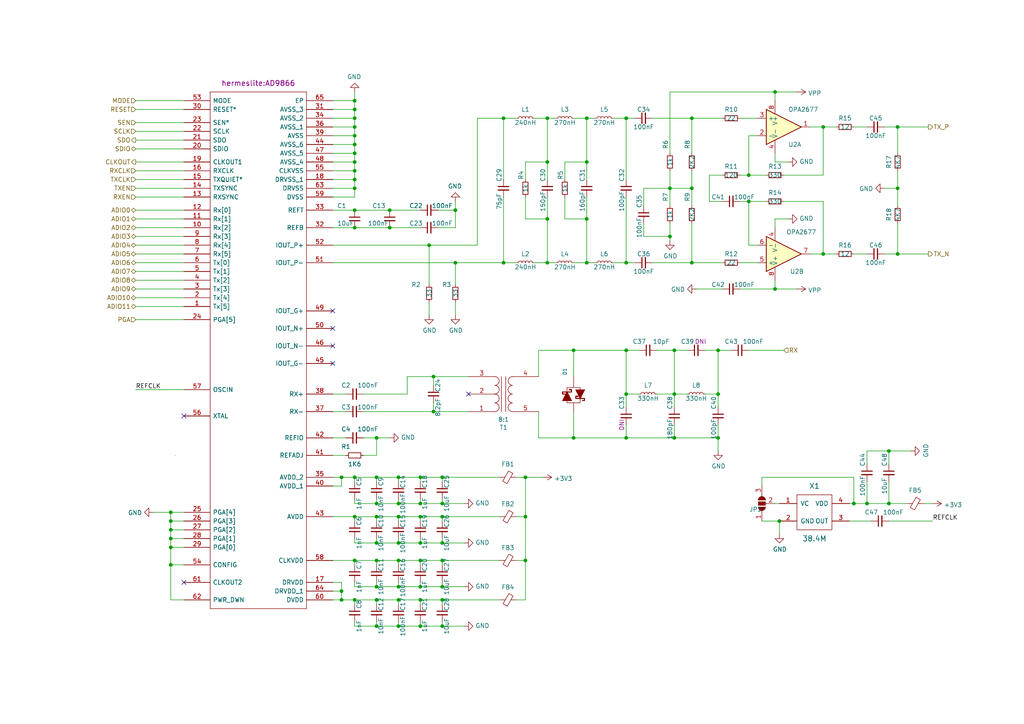
<source format=kicad_sch>
(kicad_sch (version 20210621) (generator eeschema)
  (paper "A4")
  (title_block (title "TRX Brass") (date "2021-09-02") (rev "1.0") (company "R1CBU") (comment 1 "Based on Hermes-Lite"))
  (junction (at 49.53 148.59))
  (junction (at 49.53 151.13))
  (junction (at 49.53 153.67))
  (junction (at 49.53 156.21))
  (junction (at 49.53 158.75))
  (junction (at 49.53 163.83))
  (junction (at 99.06 138.43))
  (junction (at 99.06 171.45))
  (junction (at 99.06 173.99))
  (junction (at 102.87 29.21))
  (junction (at 102.87 31.75))
  (junction (at 102.87 34.29))
  (junction (at 102.87 36.83))
  (junction (at 102.87 39.37))
  (junction (at 102.87 41.91))
  (junction (at 102.87 44.45))
  (junction (at 102.87 46.99))
  (junction (at 102.87 49.53))
  (junction (at 102.87 52.07))
  (junction (at 102.87 54.61))
  (junction (at 102.87 60.96))
  (junction (at 102.87 66.04))
  (junction (at 102.87 138.43))
  (junction (at 102.87 149.86))
  (junction (at 102.87 162.56))
  (junction (at 102.87 173.99))
  (junction (at 109.22 127))
  (junction (at 109.22 138.43))
  (junction (at 109.22 146.05))
  (junction (at 109.22 149.86))
  (junction (at 109.22 157.48))
  (junction (at 109.22 162.56))
  (junction (at 109.22 170.18))
  (junction (at 109.22 173.99))
  (junction (at 109.22 181.61))
  (junction (at 113.03 60.96))
  (junction (at 113.03 66.04))
  (junction (at 115.57 138.43))
  (junction (at 115.57 146.05))
  (junction (at 115.57 149.86))
  (junction (at 115.57 157.48))
  (junction (at 115.57 162.56))
  (junction (at 115.57 170.18))
  (junction (at 115.57 173.99))
  (junction (at 115.57 181.61))
  (junction (at 121.92 138.43))
  (junction (at 121.92 146.05))
  (junction (at 121.92 149.86))
  (junction (at 121.92 157.48))
  (junction (at 121.92 162.56))
  (junction (at 121.92 170.18))
  (junction (at 121.92 173.99))
  (junction (at 121.92 181.61))
  (junction (at 124.46 71.12))
  (junction (at 125.73 109.22))
  (junction (at 125.73 119.38))
  (junction (at 128.27 138.43))
  (junction (at 128.27 146.05))
  (junction (at 128.27 149.86))
  (junction (at 128.27 157.48))
  (junction (at 128.27 162.56))
  (junction (at 128.27 170.18))
  (junction (at 128.27 173.99))
  (junction (at 128.27 181.61))
  (junction (at 132.08 60.96))
  (junction (at 132.08 76.2))
  (junction (at 146.05 34.29))
  (junction (at 146.05 76.2))
  (junction (at 152.4 138.43))
  (junction (at 152.4 149.86))
  (junction (at 152.4 162.56))
  (junction (at 158.75 34.29))
  (junction (at 158.75 46.99))
  (junction (at 158.75 63.5))
  (junction (at 158.75 76.2))
  (junction (at 166.37 101.6))
  (junction (at 166.37 127))
  (junction (at 170.18 34.29))
  (junction (at 170.18 46.99))
  (junction (at 170.18 63.5))
  (junction (at 170.18 76.2))
  (junction (at 181.61 34.29))
  (junction (at 181.61 76.2))
  (junction (at 181.61 101.6))
  (junction (at 181.61 114.3))
  (junction (at 181.61 127))
  (junction (at 194.31 54.61))
  (junction (at 194.31 68.58))
  (junction (at 195.58 101.6))
  (junction (at 195.58 114.3))
  (junction (at 195.58 127))
  (junction (at 200.66 34.29))
  (junction (at 200.66 54.61))
  (junction (at 200.66 76.2))
  (junction (at 208.28 101.6))
  (junction (at 208.28 114.3))
  (junction (at 208.28 127))
  (junction (at 217.17 50.8))
  (junction (at 217.17 58.42))
  (junction (at 224.79 26.67))
  (junction (at 224.79 83.82))
  (junction (at 226.06 151.13))
  (junction (at 238.76 36.83))
  (junction (at 238.76 73.66))
  (junction (at 247.65 146.05))
  (junction (at 251.46 146.05))
  (junction (at 257.81 130.81))
  (junction (at 257.81 146.05))
  (junction (at 260.35 36.83))
  (junction (at 260.35 54.61))
  (junction (at 260.35 73.66))
  (no_connect (at 53.34 120.65))
  (no_connect (at 53.34 168.91))
  (no_connect (at 96.52 90.17))
  (no_connect (at 96.52 95.25))
  (no_connect (at 96.52 100.33))
  (no_connect (at 96.52 105.41))
  (no_connect (at 135.89 114.3))
  (wire (pts (xy 39.37 29.21) (xy 53.34 29.21)))
  (wire (pts (xy 44.45 148.59) (xy 49.53 148.59)))
  (wire (pts (xy 49.53 148.59) (xy 49.53 151.13)))
  (wire (pts (xy 49.53 151.13) (xy 49.53 153.67)))
  (wire (pts (xy 49.53 153.67) (xy 49.53 156.21)))
  (wire (pts (xy 49.53 156.21) (xy 49.53 158.75)))
  (wire (pts (xy 49.53 158.75) (xy 53.34 158.75)))
  (wire (pts (xy 49.53 163.83) (xy 49.53 158.75)))
  (wire (pts (xy 49.53 173.99) (xy 49.53 163.83)))
  (wire (pts (xy 53.34 31.75) (xy 39.37 31.75)))
  (wire (pts (xy 53.34 35.56) (xy 39.37 35.56)))
  (wire (pts (xy 53.34 38.1) (xy 39.37 38.1)))
  (wire (pts (xy 53.34 40.64) (xy 39.37 40.64)))
  (wire (pts (xy 53.34 43.18) (xy 39.37 43.18)))
  (wire (pts (xy 53.34 46.99) (xy 39.37 46.99)))
  (wire (pts (xy 53.34 49.53) (xy 39.37 49.53)))
  (wire (pts (xy 53.34 52.07) (xy 39.37 52.07)))
  (wire (pts (xy 53.34 54.61) (xy 39.37 54.61)))
  (wire (pts (xy 53.34 57.15) (xy 39.37 57.15)))
  (wire (pts (xy 53.34 60.96) (xy 39.37 60.96)))
  (wire (pts (xy 53.34 63.5) (xy 39.37 63.5)))
  (wire (pts (xy 53.34 66.04) (xy 39.37 66.04)))
  (wire (pts (xy 53.34 68.58) (xy 39.37 68.58)))
  (wire (pts (xy 53.34 71.12) (xy 39.37 71.12)))
  (wire (pts (xy 53.34 73.66) (xy 39.37 73.66)))
  (wire (pts (xy 53.34 76.2) (xy 39.37 76.2)))
  (wire (pts (xy 53.34 78.74) (xy 39.37 78.74)))
  (wire (pts (xy 53.34 81.28) (xy 39.37 81.28)))
  (wire (pts (xy 53.34 83.82) (xy 39.37 83.82)))
  (wire (pts (xy 53.34 86.36) (xy 39.37 86.36)))
  (wire (pts (xy 53.34 88.9) (xy 39.37 88.9)))
  (wire (pts (xy 53.34 92.71) (xy 39.37 92.71)))
  (wire (pts (xy 53.34 113.03) (xy 39.37 113.03)))
  (wire (pts (xy 53.34 148.59) (xy 49.53 148.59)))
  (wire (pts (xy 53.34 151.13) (xy 49.53 151.13)))
  (wire (pts (xy 53.34 153.67) (xy 49.53 153.67)))
  (wire (pts (xy 53.34 156.21) (xy 49.53 156.21)))
  (wire (pts (xy 53.34 163.83) (xy 49.53 163.83)))
  (wire (pts (xy 53.34 173.99) (xy 49.53 173.99)))
  (wire (pts (xy 96.52 29.21) (xy 102.87 29.21)))
  (wire (pts (xy 96.52 31.75) (xy 102.87 31.75)))
  (wire (pts (xy 96.52 34.29) (xy 102.87 34.29)))
  (wire (pts (xy 96.52 36.83) (xy 102.87 36.83)))
  (wire (pts (xy 96.52 39.37) (xy 102.87 39.37)))
  (wire (pts (xy 96.52 41.91) (xy 102.87 41.91)))
  (wire (pts (xy 96.52 44.45) (xy 102.87 44.45)))
  (wire (pts (xy 96.52 46.99) (xy 102.87 46.99)))
  (wire (pts (xy 96.52 49.53) (xy 102.87 49.53)))
  (wire (pts (xy 96.52 52.07) (xy 102.87 52.07)))
  (wire (pts (xy 96.52 54.61) (xy 102.87 54.61)))
  (wire (pts (xy 96.52 60.96) (xy 102.87 60.96)))
  (wire (pts (xy 96.52 66.04) (xy 102.87 66.04)))
  (wire (pts (xy 96.52 71.12) (xy 124.46 71.12)))
  (wire (pts (xy 96.52 76.2) (xy 132.08 76.2)))
  (wire (pts (xy 96.52 114.3) (xy 100.33 114.3)))
  (wire (pts (xy 96.52 119.38) (xy 100.33 119.38)))
  (wire (pts (xy 96.52 127) (xy 100.33 127)))
  (wire (pts (xy 96.52 132.08) (xy 100.33 132.08)))
  (wire (pts (xy 96.52 138.43) (xy 99.06 138.43)))
  (wire (pts (xy 96.52 140.97) (xy 99.06 140.97)))
  (wire (pts (xy 96.52 149.86) (xy 102.87 149.86)))
  (wire (pts (xy 96.52 162.56) (xy 102.87 162.56)))
  (wire (pts (xy 96.52 168.91) (xy 99.06 168.91)))
  (wire (pts (xy 96.52 171.45) (xy 99.06 171.45)))
  (wire (pts (xy 99.06 138.43) (xy 102.87 138.43)))
  (wire (pts (xy 99.06 140.97) (xy 99.06 138.43)))
  (wire (pts (xy 99.06 168.91) (xy 99.06 171.45)))
  (wire (pts (xy 99.06 171.45) (xy 99.06 173.99)))
  (wire (pts (xy 99.06 173.99) (xy 96.52 173.99)))
  (wire (pts (xy 99.06 173.99) (xy 102.87 173.99)))
  (wire (pts (xy 102.87 29.21) (xy 102.87 26.67)))
  (wire (pts (xy 102.87 29.21) (xy 102.87 31.75)))
  (wire (pts (xy 102.87 31.75) (xy 102.87 34.29)))
  (wire (pts (xy 102.87 34.29) (xy 102.87 36.83)))
  (wire (pts (xy 102.87 36.83) (xy 102.87 39.37)))
  (wire (pts (xy 102.87 39.37) (xy 102.87 41.91)))
  (wire (pts (xy 102.87 41.91) (xy 102.87 44.45)))
  (wire (pts (xy 102.87 44.45) (xy 102.87 46.99)))
  (wire (pts (xy 102.87 46.99) (xy 102.87 49.53)))
  (wire (pts (xy 102.87 49.53) (xy 102.87 52.07)))
  (wire (pts (xy 102.87 52.07) (xy 102.87 54.61)))
  (wire (pts (xy 102.87 54.61) (xy 102.87 57.15)))
  (wire (pts (xy 102.87 57.15) (xy 96.52 57.15)))
  (wire (pts (xy 102.87 60.96) (xy 113.03 60.96)))
  (wire (pts (xy 102.87 66.04) (xy 113.03 66.04)))
  (wire (pts (xy 102.87 138.43) (xy 109.22 138.43)))
  (wire (pts (xy 102.87 139.7) (xy 102.87 138.43)))
  (wire (pts (xy 102.87 144.78) (xy 102.87 146.05)))
  (wire (pts (xy 102.87 146.05) (xy 109.22 146.05)))
  (wire (pts (xy 102.87 149.86) (xy 102.87 151.13)))
  (wire (pts (xy 102.87 149.86) (xy 109.22 149.86)))
  (wire (pts (xy 102.87 156.21) (xy 102.87 157.48)))
  (wire (pts (xy 102.87 157.48) (xy 109.22 157.48)))
  (wire (pts (xy 102.87 162.56) (xy 109.22 162.56)))
  (wire (pts (xy 102.87 163.83) (xy 102.87 162.56)))
  (wire (pts (xy 102.87 168.91) (xy 102.87 170.18)))
  (wire (pts (xy 102.87 170.18) (xy 109.22 170.18)))
  (wire (pts (xy 102.87 173.99) (xy 109.22 173.99)))
  (wire (pts (xy 102.87 175.26) (xy 102.87 173.99)))
  (wire (pts (xy 102.87 180.34) (xy 102.87 181.61)))
  (wire (pts (xy 102.87 181.61) (xy 109.22 181.61)))
  (wire (pts (xy 105.41 114.3) (xy 118.11 114.3)))
  (wire (pts (xy 105.41 119.38) (xy 125.73 119.38)))
  (wire (pts (xy 105.41 127) (xy 109.22 127)))
  (wire (pts (xy 109.22 127) (xy 109.22 132.08)))
  (wire (pts (xy 109.22 132.08) (xy 105.41 132.08)))
  (wire (pts (xy 109.22 138.43) (xy 115.57 138.43)))
  (wire (pts (xy 109.22 139.7) (xy 109.22 138.43)))
  (wire (pts (xy 109.22 144.78) (xy 109.22 146.05)))
  (wire (pts (xy 109.22 146.05) (xy 115.57 146.05)))
  (wire (pts (xy 109.22 149.86) (xy 109.22 151.13)))
  (wire (pts (xy 109.22 149.86) (xy 115.57 149.86)))
  (wire (pts (xy 109.22 156.21) (xy 109.22 157.48)))
  (wire (pts (xy 109.22 157.48) (xy 115.57 157.48)))
  (wire (pts (xy 109.22 162.56) (xy 115.57 162.56)))
  (wire (pts (xy 109.22 163.83) (xy 109.22 162.56)))
  (wire (pts (xy 109.22 170.18) (xy 109.22 168.91)))
  (wire (pts (xy 109.22 170.18) (xy 115.57 170.18)))
  (wire (pts (xy 109.22 173.99) (xy 115.57 173.99)))
  (wire (pts (xy 109.22 175.26) (xy 109.22 173.99)))
  (wire (pts (xy 109.22 180.34) (xy 109.22 181.61)))
  (wire (pts (xy 109.22 181.61) (xy 115.57 181.61)))
  (wire (pts (xy 113.03 60.96) (xy 121.92 60.96)))
  (wire (pts (xy 113.03 66.04) (xy 121.92 66.04)))
  (wire (pts (xy 113.03 127) (xy 109.22 127)))
  (wire (pts (xy 115.57 138.43) (xy 121.92 138.43)))
  (wire (pts (xy 115.57 139.7) (xy 115.57 138.43)))
  (wire (pts (xy 115.57 144.78) (xy 115.57 146.05)))
  (wire (pts (xy 115.57 146.05) (xy 121.92 146.05)))
  (wire (pts (xy 115.57 149.86) (xy 115.57 151.13)))
  (wire (pts (xy 115.57 149.86) (xy 121.92 149.86)))
  (wire (pts (xy 115.57 157.48) (xy 115.57 156.21)))
  (wire (pts (xy 115.57 162.56) (xy 121.92 162.56)))
  (wire (pts (xy 115.57 163.83) (xy 115.57 162.56)))
  (wire (pts (xy 115.57 170.18) (xy 115.57 168.91)))
  (wire (pts (xy 115.57 173.99) (xy 121.92 173.99)))
  (wire (pts (xy 115.57 175.26) (xy 115.57 173.99)))
  (wire (pts (xy 115.57 180.34) (xy 115.57 181.61)))
  (wire (pts (xy 115.57 181.61) (xy 121.92 181.61)))
  (wire (pts (xy 118.11 109.22) (xy 125.73 109.22)))
  (wire (pts (xy 118.11 114.3) (xy 118.11 109.22)))
  (wire (pts (xy 121.92 138.43) (xy 128.27 138.43)))
  (wire (pts (xy 121.92 139.7) (xy 121.92 138.43)))
  (wire (pts (xy 121.92 144.78) (xy 121.92 146.05)))
  (wire (pts (xy 121.92 146.05) (xy 128.27 146.05)))
  (wire (pts (xy 121.92 149.86) (xy 128.27 149.86)))
  (wire (pts (xy 121.92 151.13) (xy 121.92 149.86)))
  (wire (pts (xy 121.92 156.21) (xy 121.92 157.48)))
  (wire (pts (xy 121.92 157.48) (xy 115.57 157.48)))
  (wire (pts (xy 121.92 162.56) (xy 128.27 162.56)))
  (wire (pts (xy 121.92 163.83) (xy 121.92 162.56)))
  (wire (pts (xy 121.92 168.91) (xy 121.92 170.18)))
  (wire (pts (xy 121.92 170.18) (xy 115.57 170.18)))
  (wire (pts (xy 121.92 173.99) (xy 128.27 173.99)))
  (wire (pts (xy 121.92 175.26) (xy 121.92 173.99)))
  (wire (pts (xy 121.92 180.34) (xy 121.92 181.61)))
  (wire (pts (xy 121.92 181.61) (xy 128.27 181.61)))
  (wire (pts (xy 124.46 71.12) (xy 124.46 82.55)))
  (wire (pts (xy 124.46 71.12) (xy 138.43 71.12)))
  (wire (pts (xy 124.46 87.63) (xy 124.46 91.44)))
  (wire (pts (xy 125.73 109.22) (xy 125.73 111.76)))
  (wire (pts (xy 125.73 109.22) (xy 135.89 109.22)))
  (wire (pts (xy 125.73 116.84) (xy 125.73 119.38)))
  (wire (pts (xy 125.73 119.38) (xy 135.89 119.38)))
  (wire (pts (xy 127 60.96) (xy 132.08 60.96)))
  (wire (pts (xy 128.27 138.43) (xy 144.78 138.43)))
  (wire (pts (xy 128.27 139.7) (xy 128.27 138.43)))
  (wire (pts (xy 128.27 146.05) (xy 128.27 144.78)))
  (wire (pts (xy 128.27 149.86) (xy 144.78 149.86)))
  (wire (pts (xy 128.27 151.13) (xy 128.27 149.86)))
  (wire (pts (xy 128.27 156.21) (xy 128.27 157.48)))
  (wire (pts (xy 128.27 157.48) (xy 121.92 157.48)))
  (wire (pts (xy 128.27 162.56) (xy 144.78 162.56)))
  (wire (pts (xy 128.27 163.83) (xy 128.27 162.56)))
  (wire (pts (xy 128.27 168.91) (xy 128.27 170.18)))
  (wire (pts (xy 128.27 170.18) (xy 121.92 170.18)))
  (wire (pts (xy 128.27 173.99) (xy 144.78 173.99)))
  (wire (pts (xy 128.27 175.26) (xy 128.27 173.99)))
  (wire (pts (xy 128.27 180.34) (xy 128.27 181.61)))
  (wire (pts (xy 128.27 181.61) (xy 134.62 181.61)))
  (wire (pts (xy 132.08 58.42) (xy 132.08 60.96)))
  (wire (pts (xy 132.08 60.96) (xy 132.08 66.04)))
  (wire (pts (xy 132.08 66.04) (xy 127 66.04)))
  (wire (pts (xy 132.08 76.2) (xy 146.05 76.2)))
  (wire (pts (xy 132.08 82.55) (xy 132.08 76.2)))
  (wire (pts (xy 132.08 91.44) (xy 132.08 87.63)))
  (wire (pts (xy 134.62 146.05) (xy 128.27 146.05)))
  (wire (pts (xy 134.62 157.48) (xy 128.27 157.48)))
  (wire (pts (xy 134.62 170.18) (xy 128.27 170.18)))
  (wire (pts (xy 138.43 34.29) (xy 146.05 34.29)))
  (wire (pts (xy 138.43 71.12) (xy 138.43 34.29)))
  (wire (pts (xy 146.05 34.29) (xy 149.86 34.29)))
  (wire (pts (xy 146.05 52.07) (xy 146.05 34.29)))
  (wire (pts (xy 146.05 57.15) (xy 146.05 76.2)))
  (wire (pts (xy 146.05 76.2) (xy 149.86 76.2)))
  (wire (pts (xy 149.86 138.43) (xy 152.4 138.43)))
  (wire (pts (xy 149.86 162.56) (xy 152.4 162.56)))
  (wire (pts (xy 152.4 46.99) (xy 158.75 46.99)))
  (wire (pts (xy 152.4 52.07) (xy 152.4 46.99)))
  (wire (pts (xy 152.4 57.15) (xy 152.4 63.5)))
  (wire (pts (xy 152.4 63.5) (xy 158.75 63.5)))
  (wire (pts (xy 152.4 138.43) (xy 152.4 149.86)))
  (wire (pts (xy 152.4 149.86) (xy 149.86 149.86)))
  (wire (pts (xy 152.4 162.56) (xy 152.4 149.86)))
  (wire (pts (xy 152.4 173.99) (xy 149.86 173.99)))
  (wire (pts (xy 152.4 173.99) (xy 152.4 162.56)))
  (wire (pts (xy 156.21 101.6) (xy 166.37 101.6)))
  (wire (pts (xy 156.21 109.22) (xy 156.21 101.6)))
  (wire (pts (xy 156.21 119.38) (xy 156.21 127)))
  (wire (pts (xy 156.21 127) (xy 166.37 127)))
  (wire (pts (xy 157.48 138.43) (xy 152.4 138.43)))
  (wire (pts (xy 158.75 34.29) (xy 154.94 34.29)))
  (wire (pts (xy 158.75 46.99) (xy 158.75 34.29)))
  (wire (pts (xy 158.75 52.07) (xy 158.75 46.99)))
  (wire (pts (xy 158.75 57.15) (xy 158.75 63.5)))
  (wire (pts (xy 158.75 63.5) (xy 158.75 76.2)))
  (wire (pts (xy 158.75 76.2) (xy 154.94 76.2)))
  (wire (pts (xy 161.29 34.29) (xy 158.75 34.29)))
  (wire (pts (xy 161.29 76.2) (xy 158.75 76.2)))
  (wire (pts (xy 163.83 46.99) (xy 170.18 46.99)))
  (wire (pts (xy 163.83 52.07) (xy 163.83 46.99)))
  (wire (pts (xy 163.83 57.15) (xy 163.83 63.5)))
  (wire (pts (xy 163.83 63.5) (xy 170.18 63.5)))
  (wire (pts (xy 166.37 101.6) (xy 166.37 109.22)))
  (wire (pts (xy 166.37 119.38) (xy 166.37 127)))
  (wire (pts (xy 166.37 127) (xy 181.61 127)))
  (wire (pts (xy 170.18 34.29) (xy 166.37 34.29)))
  (wire (pts (xy 170.18 46.99) (xy 170.18 34.29)))
  (wire (pts (xy 170.18 52.07) (xy 170.18 46.99)))
  (wire (pts (xy 170.18 57.15) (xy 170.18 63.5)))
  (wire (pts (xy 170.18 63.5) (xy 170.18 76.2)))
  (wire (pts (xy 170.18 76.2) (xy 166.37 76.2)))
  (wire (pts (xy 172.72 34.29) (xy 170.18 34.29)))
  (wire (pts (xy 172.72 76.2) (xy 170.18 76.2)))
  (wire (pts (xy 181.61 34.29) (xy 177.8 34.29)))
  (wire (pts (xy 181.61 52.07) (xy 181.61 34.29)))
  (wire (pts (xy 181.61 57.15) (xy 181.61 76.2)))
  (wire (pts (xy 181.61 76.2) (xy 177.8 76.2)))
  (wire (pts (xy 181.61 101.6) (xy 166.37 101.6)))
  (wire (pts (xy 181.61 101.6) (xy 185.42 101.6)))
  (wire (pts (xy 181.61 114.3) (xy 181.61 101.6)))
  (wire (pts (xy 181.61 114.3) (xy 181.61 118.11)))
  (wire (pts (xy 181.61 123.19) (xy 181.61 127)))
  (wire (pts (xy 181.61 127) (xy 195.58 127)))
  (wire (pts (xy 184.15 34.29) (xy 181.61 34.29)))
  (wire (pts (xy 184.15 76.2) (xy 181.61 76.2)))
  (wire (pts (xy 185.42 114.3) (xy 181.61 114.3)))
  (wire (pts (xy 186.69 54.61) (xy 194.31 54.61)))
  (wire (pts (xy 186.69 59.69) (xy 186.69 54.61)))
  (wire (pts (xy 186.69 68.58) (xy 186.69 64.77)))
  (wire (pts (xy 186.69 68.58) (xy 194.31 68.58)))
  (wire (pts (xy 189.23 34.29) (xy 200.66 34.29)))
  (wire (pts (xy 189.23 76.2) (xy 200.66 76.2)))
  (wire (pts (xy 190.5 101.6) (xy 195.58 101.6)))
  (wire (pts (xy 194.31 26.67) (xy 194.31 44.45)))
  (wire (pts (xy 194.31 26.67) (xy 224.79 26.67)))
  (wire (pts (xy 194.31 49.53) (xy 194.31 54.61)))
  (wire (pts (xy 194.31 54.61) (xy 194.31 59.69)))
  (wire (pts (xy 194.31 54.61) (xy 200.66 54.61)))
  (wire (pts (xy 194.31 64.77) (xy 194.31 68.58)))
  (wire (pts (xy 194.31 68.58) (xy 194.31 69.85)))
  (wire (pts (xy 195.58 101.6) (xy 199.39 101.6)))
  (wire (pts (xy 195.58 114.3) (xy 190.5 114.3)))
  (wire (pts (xy 195.58 114.3) (xy 195.58 101.6)))
  (wire (pts (xy 195.58 114.3) (xy 195.58 118.11)))
  (wire (pts (xy 195.58 123.19) (xy 195.58 127)))
  (wire (pts (xy 195.58 127) (xy 208.28 127)))
  (wire (pts (xy 199.39 114.3) (xy 195.58 114.3)))
  (wire (pts (xy 200.66 34.29) (xy 200.66 44.45)))
  (wire (pts (xy 200.66 49.53) (xy 200.66 54.61)))
  (wire (pts (xy 200.66 54.61) (xy 200.66 59.69)))
  (wire (pts (xy 200.66 64.77) (xy 200.66 76.2)))
  (wire (pts (xy 200.66 76.2) (xy 209.55 76.2)))
  (wire (pts (xy 201.93 83.82) (xy 209.55 83.82)))
  (wire (pts (xy 204.47 101.6) (xy 208.28 101.6)))
  (wire (pts (xy 204.47 114.3) (xy 208.28 114.3)))
  (wire (pts (xy 205.74 50.8) (xy 205.74 58.42)))
  (wire (pts (xy 205.74 58.42) (xy 209.55 58.42)))
  (wire (pts (xy 208.28 101.6) (xy 212.09 101.6)))
  (wire (pts (xy 208.28 114.3) (xy 208.28 101.6)))
  (wire (pts (xy 208.28 114.3) (xy 208.28 118.11)))
  (wire (pts (xy 208.28 127) (xy 208.28 123.19)))
  (wire (pts (xy 208.28 130.81) (xy 208.28 127)))
  (wire (pts (xy 209.55 34.29) (xy 200.66 34.29)))
  (wire (pts (xy 209.55 50.8) (xy 205.74 50.8)))
  (wire (pts (xy 214.63 34.29) (xy 219.71 34.29)))
  (wire (pts (xy 214.63 58.42) (xy 217.17 58.42)))
  (wire (pts (xy 214.63 76.2) (xy 219.71 76.2)))
  (wire (pts (xy 217.17 39.37) (xy 219.71 39.37)))
  (wire (pts (xy 217.17 50.8) (xy 214.63 50.8)))
  (wire (pts (xy 217.17 50.8) (xy 217.17 39.37)))
  (wire (pts (xy 217.17 58.42) (xy 217.17 71.12)))
  (wire (pts (xy 217.17 58.42) (xy 222.25 58.42)))
  (wire (pts (xy 217.17 71.12) (xy 219.71 71.12)))
  (wire (pts (xy 217.17 101.6) (xy 227.33 101.6)))
  (wire (pts (xy 220.98 138.43) (xy 247.65 138.43)))
  (wire (pts (xy 220.98 140.97) (xy 220.98 138.43)))
  (wire (pts (xy 220.98 151.13) (xy 226.06 151.13)))
  (wire (pts (xy 222.25 50.8) (xy 217.17 50.8)))
  (wire (pts (xy 224.79 26.67) (xy 224.79 29.21)))
  (wire (pts (xy 224.79 46.99) (xy 224.79 44.45)))
  (wire (pts (xy 224.79 63.5) (xy 224.79 66.04)))
  (wire (pts (xy 224.79 83.82) (xy 214.63 83.82)))
  (wire (pts (xy 224.79 83.82) (xy 224.79 81.28)))
  (wire (pts (xy 224.79 146.05) (xy 226.06 146.05)))
  (wire (pts (xy 226.06 151.13) (xy 226.06 154.94)))
  (wire (pts (xy 227.33 50.8) (xy 238.76 50.8)))
  (wire (pts (xy 227.33 58.42) (xy 238.76 58.42)))
  (wire (pts (xy 228.6 46.99) (xy 224.79 46.99)))
  (wire (pts (xy 228.6 63.5) (xy 224.79 63.5)))
  (wire (pts (xy 231.14 26.67) (xy 224.79 26.67)))
  (wire (pts (xy 231.14 83.82) (xy 224.79 83.82)))
  (wire (pts (xy 238.76 36.83) (xy 234.95 36.83)))
  (wire (pts (xy 238.76 36.83) (xy 242.57 36.83)))
  (wire (pts (xy 238.76 50.8) (xy 238.76 36.83)))
  (wire (pts (xy 238.76 58.42) (xy 238.76 73.66)))
  (wire (pts (xy 238.76 73.66) (xy 234.95 73.66)))
  (wire (pts (xy 238.76 73.66) (xy 242.57 73.66)))
  (wire (pts (xy 246.38 146.05) (xy 247.65 146.05)))
  (wire (pts (xy 246.38 151.13) (xy 252.73 151.13)))
  (wire (pts (xy 247.65 36.83) (xy 251.46 36.83)))
  (wire (pts (xy 247.65 73.66) (xy 251.46 73.66)))
  (wire (pts (xy 247.65 138.43) (xy 247.65 146.05)))
  (wire (pts (xy 247.65 146.05) (xy 251.46 146.05)))
  (wire (pts (xy 251.46 130.81) (xy 257.81 130.81)))
  (wire (pts (xy 251.46 134.62) (xy 251.46 130.81)))
  (wire (pts (xy 251.46 139.7) (xy 251.46 146.05)))
  (wire (pts (xy 251.46 146.05) (xy 257.81 146.05)))
  (wire (pts (xy 256.54 36.83) (xy 260.35 36.83)))
  (wire (pts (xy 257.81 130.81) (xy 257.81 134.62)))
  (wire (pts (xy 257.81 130.81) (xy 264.16 130.81)))
  (wire (pts (xy 257.81 139.7) (xy 257.81 146.05)))
  (wire (pts (xy 257.81 146.05) (xy 262.89 146.05)))
  (wire (pts (xy 257.81 151.13) (xy 270.51 151.13)))
  (wire (pts (xy 260.35 36.83) (xy 260.35 44.45)))
  (wire (pts (xy 260.35 36.83) (xy 269.24 36.83)))
  (wire (pts (xy 260.35 49.53) (xy 260.35 54.61)))
  (wire (pts (xy 260.35 54.61) (xy 256.54 54.61)))
  (wire (pts (xy 260.35 54.61) (xy 260.35 59.69)))
  (wire (pts (xy 260.35 64.77) (xy 260.35 73.66)))
  (wire (pts (xy 260.35 73.66) (xy 256.54 73.66)))
  (wire (pts (xy 260.35 73.66) (xy 269.24 73.66)))
  (wire (pts (xy 267.97 146.05) (xy 270.51 146.05)))
  (label "REFCLK" (at 39.37 113.03 0))
  (label "REFCLK" (at 270.51 151.13 0))
  (hierarchical_label "MODE" (shape input) (at 39.37 29.21 180))
  (hierarchical_label "RESET" (shape input) (at 39.37 31.75 180))
  (hierarchical_label "SEN" (shape input) (at 39.37 35.56 180))
  (hierarchical_label "SCLK" (shape input) (at 39.37 38.1 180))
  (hierarchical_label "SDO" (shape output) (at 39.37 40.64 180))
  (hierarchical_label "SDIO" (shape bidirectional) (at 39.37 43.18 180))
  (hierarchical_label "CLKOUT" (shape output) (at 39.37 46.99 180))
  (hierarchical_label "RXCLK" (shape input) (at 39.37 49.53 180))
  (hierarchical_label "TXCLK" (shape input) (at 39.37 52.07 180))
  (hierarchical_label "TXEN" (shape input) (at 39.37 54.61 180))
  (hierarchical_label "RXEN" (shape input) (at 39.37 57.15 180))
  (hierarchical_label "ADIO0" (shape bidirectional) (at 39.37 60.96 180))
  (hierarchical_label "ADIO1" (shape bidirectional) (at 39.37 63.5 180))
  (hierarchical_label "ADIO2" (shape bidirectional) (at 39.37 66.04 180))
  (hierarchical_label "ADIO3" (shape bidirectional) (at 39.37 68.58 180))
  (hierarchical_label "ADIO4" (shape bidirectional) (at 39.37 71.12 180))
  (hierarchical_label "ADIO5" (shape bidirectional) (at 39.37 73.66 180))
  (hierarchical_label "ADIO6" (shape bidirectional) (at 39.37 76.2 180))
  (hierarchical_label "ADIO7" (shape bidirectional) (at 39.37 78.74 180))
  (hierarchical_label "ADIO8" (shape bidirectional) (at 39.37 81.28 180))
  (hierarchical_label "ADIO9" (shape bidirectional) (at 39.37 83.82 180))
  (hierarchical_label "ADIO10" (shape bidirectional) (at 39.37 86.36 180))
  (hierarchical_label "ADIO11" (shape bidirectional) (at 39.37 88.9 180))
  (hierarchical_label "PGA" (shape input) (at 39.37 92.71 180))
  (hierarchical_label "RX" (shape input) (at 227.33 101.6 0))
  (hierarchical_label "TX_P" (shape output) (at 269.24 36.83 0))
  (hierarchical_label "TX_N" (shape output) (at 269.24 73.66 0))
  (symbol (lib_id "power:+3V3") (at 157.48 138.43 270) (unit 1)
    (property "Reference" "#PWR020" (effects hide))
    (property "Value" "+3V3" (at 160.7312 138.811 90) (effects (justify left)))
  )
  (symbol (lib_id "power:VPP") (at 231.14 26.67 270) (unit 1)
    (property "Reference" "#PWR027" (effects hide))
    (property "Value" "VPP" (at 234.3912 27.051 90) (effects (justify left)))
  )
  (symbol (lib_id "power:VPP") (at 231.14 83.82 270) (unit 1)
    (property "Reference" "#PWR028" (effects hide))
    (property "Value" "VPP" (at 234.3912 84.201 90) (effects (justify left)))
  )
  (symbol (lib_id "power:+3V3") (at 270.51 146.05 270) (unit 1)
    (property "Reference" "#PWR031" (effects hide))
    (property "Value" "+3V3" (at 273.7612 146.431 90) (effects (justify left)))
  )
  (symbol (lib_id "Device:L_Small") (at 152.4 34.29 90) (unit 1)
    (property "Reference" "L1" (at 152.4 31.75 90))
    (property "Value" "240nH" (at 152.4 35.56 90))
    (property "Footprint" "Inductor_SMD:L_0805_2012Metric_Pad1.05x1.20mm_HandSolder" (effects hide))
  )
  (symbol (lib_id "Device:L_Small") (at 152.4 76.2 90) (unit 1)
    (property "Reference" "L2" (at 152.4 73.66 90))
    (property "Value" "240nH" (at 152.4 77.47 90))
    (property "Footprint" "Inductor_SMD:L_0805_2012Metric_Pad1.05x1.20mm_HandSolder" (effects hide))
  )
  (symbol (lib_id "Device:L_Small") (at 163.83 34.29 90) (unit 1)
    (property "Reference" "L3" (at 163.83 31.75 90))
    (property "Value" "270nH" (at 163.83 35.56 90))
    (property "Footprint" "Inductor_SMD:L_0805_2012Metric_Pad1.05x1.20mm_HandSolder" (effects hide))
  )
  (symbol (lib_id "Device:L_Small") (at 163.83 76.2 90) (unit 1)
    (property "Reference" "L4" (at 163.83 73.66 90))
    (property "Value" "270nH" (at 163.83 77.47 90))
    (property "Footprint" "Inductor_SMD:L_0805_2012Metric_Pad1.05x1.20mm_HandSolder" (effects hide))
  )
  (symbol (lib_id "Device:L_Small") (at 175.26 34.29 90) (unit 1)
    (property "Reference" "L5" (at 175.26 31.75 90))
    (property "Value" "270nH" (at 175.26 35.56 90))
    (property "Footprint" "Inductor_SMD:L_0805_2012Metric_Pad1.05x1.20mm_HandSolder" (effects hide))
  )
  (symbol (lib_id "Device:L_Small") (at 175.26 76.2 90) (unit 1)
    (property "Reference" "L6" (at 175.26 73.66 90))
    (property "Value" "270nH" (at 175.26 77.47 90))
    (property "Footprint" "Inductor_SMD:L_0805_2012Metric_Pad1.05x1.20mm_HandSolder" (effects hide))
  )
  (symbol (lib_id "Device:L_Small") (at 187.96 114.3 90) (unit 1)
    (property "Reference" "L7" (at 187.96 111.76 90))
    (property "Value" "330nH" (at 187.96 115.57 90))
    (property "Footprint" "Inductor_SMD:L_0805_2012Metric_Pad1.05x1.20mm_HandSolder" (effects hide))
  )
  (symbol (lib_id "Device:L_Small") (at 201.93 114.3 90) (unit 1)
    (property "Reference" "L8" (at 201.93 111.76 90))
    (property "Value" "330nH" (at 201.93 115.57 90))
    (property "Footprint" "Inductor_SMD:L_0805_2012Metric_Pad1.05x1.20mm_HandSolder" (effects hide))
  )
  (symbol (lib_id "power:GND") (at 44.45 148.59 270) (unit 1)
    (property "Reference" "#PWR010" (effects hide))
    (property "Value" "GND" (at 41.1988 148.717 90) (effects (justify right)))
  )
  (symbol (lib_id "power:GND") (at 102.87 26.67 180) (unit 1)
    (property "Reference" "#PWR011" (effects hide))
    (property "Value" "GND" (at 102.743 22.2758 0))
  )
  (symbol (lib_id "power:GND") (at 113.03 127 90) (unit 1)
    (property "Reference" "#PWR012" (effects hide))
    (property "Value" "GND" (at 116.2812 126.873 90) (effects (justify right)))
  )
  (symbol (lib_id "power:GND") (at 124.46 91.44 0) (unit 1)
    (property "Reference" "#PWR013" (effects hide))
    (property "Value" "GND" (at 124.587 95.8342 0))
  )
  (symbol (lib_id "power:GND") (at 132.08 58.42 180) (unit 1)
    (property "Reference" "#PWR014" (effects hide))
    (property "Value" "GND" (at 131.953 54.0258 0))
  )
  (symbol (lib_id "power:GND") (at 132.08 91.44 0) (unit 1)
    (property "Reference" "#PWR015" (effects hide))
    (property "Value" "GND" (at 132.207 95.8342 0))
  )
  (symbol (lib_id "power:GND") (at 134.62 146.05 90) (unit 1)
    (property "Reference" "#PWR016" (effects hide))
    (property "Value" "GND" (at 137.8712 145.923 90) (effects (justify right)))
  )
  (symbol (lib_id "power:GND") (at 134.62 157.48 90) (unit 1)
    (property "Reference" "#PWR017" (effects hide))
    (property "Value" "GND" (at 137.8712 157.353 90) (effects (justify right)))
  )
  (symbol (lib_id "power:GND") (at 134.62 170.18 90) (unit 1)
    (property "Reference" "#PWR018" (effects hide))
    (property "Value" "GND" (at 137.8712 170.053 90) (effects (justify right)))
  )
  (symbol (lib_id "power:GND") (at 134.62 181.61 90) (unit 1)
    (property "Reference" "#PWR019" (effects hide))
    (property "Value" "GND" (at 137.8712 181.483 90) (effects (justify right)))
  )
  (symbol (lib_id "power:GND") (at 194.31 69.85 0) (unit 1)
    (property "Reference" "#PWR021" (effects hide))
    (property "Value" "GND" (at 194.437 74.2442 0))
  )
  (symbol (lib_id "power:GND") (at 201.93 83.82 270) (unit 1)
    (property "Reference" "#PWR022" (effects hide))
    (property "Value" "GND" (at 198.6788 83.947 90) (effects (justify right)))
  )
  (symbol (lib_id "power:GND") (at 208.28 130.81 0) (unit 1)
    (property "Reference" "#PWR023" (effects hide))
    (property "Value" "GND" (at 208.407 135.2042 0))
  )
  (symbol (lib_id "power:GND") (at 226.06 154.94 0) (unit 1)
    (property "Reference" "#PWR024" (effects hide))
    (property "Value" "GND" (at 226.187 159.3342 0))
  )
  (symbol (lib_id "power:GND") (at 228.6 46.99 90) (unit 1)
    (property "Reference" "#PWR025" (effects hide))
    (property "Value" "GND" (at 231.8512 46.863 90) (effects (justify right)))
  )
  (symbol (lib_id "power:GND") (at 228.6 63.5 90) (unit 1)
    (property "Reference" "#PWR026" (effects hide))
    (property "Value" "GND" (at 231.8512 63.373 90) (effects (justify right)))
  )
  (symbol (lib_id "power:GND") (at 256.54 54.61 270) (unit 1)
    (property "Reference" "#PWR029" (effects hide))
    (property "Value" "GND" (at 253.2888 54.737 90) (effects (justify right)))
  )
  (symbol (lib_id "power:GND") (at 264.16 130.81 90) (unit 1)
    (property "Reference" "#PWR030" (effects hide))
    (property "Value" "GND" (at 268.5542 130.683 0))
  )
  (symbol (lib_id "Device:R_Small") (at 102.87 132.08 270) (unit 1)
    (property "Reference" "R1" (at 100.33 129.54 90))
    (property "Value" "1K6" (at 102.87 134.62 90))
    (property "Footprint" "Resistor_SMD:R_0603_1608Metric_Pad0.98x0.95mm_HandSolder" (effects hide))
  )
  (symbol (lib_id "Device:R_Small") (at 124.46 85.09 180) (unit 1)
    (property "Reference" "R2" (at 120.65 82.55 0))
    (property "Value" "33" (at 124.46 85.09 90))
    (property "Footprint" "Resistor_SMD:R_0603_1608Metric_Pad0.98x0.95mm_HandSolder" (effects hide))
  )
  (symbol (lib_id "Device:R_Small") (at 132.08 85.09 180) (unit 1)
    (property "Reference" "R3" (at 129.54 82.55 0))
    (property "Value" "33" (at 132.08 85.09 90))
    (property "Footprint" "Resistor_SMD:R_0603_1608Metric_Pad0.98x0.95mm_HandSolder" (effects hide))
  )
  (symbol (lib_id "Device:R_Small") (at 152.4 54.61 180) (unit 1)
    (property "Reference" "R4" (at 151.13 50.8 90))
    (property "Value" "1k" (at 152.4 54.61 90))
    (property "Footprint" "Resistor_SMD:R_0603_1608Metric_Pad0.98x0.95mm_HandSolder" (effects hide))
  )
  (symbol (lib_id "Device:R_Small") (at 163.83 54.61 180) (unit 1)
    (property "Reference" "R5" (at 162.56 50.8 90))
    (property "Value" "1k" (at 163.83 54.61 90))
    (property "Footprint" "Resistor_SMD:R_0603_1608Metric_Pad0.98x0.95mm_HandSolder" (effects hide))
  )
  (symbol (lib_id "Device:R_Small") (at 194.31 46.99 180) (unit 1)
    (property "Reference" "R6" (at 193.04 41.91 90))
    (property "Value" "1k" (at 194.31 46.99 90))
    (property "Footprint" "Resistor_SMD:R_0603_1608Metric_Pad0.98x0.95mm_HandSolder" (effects hide))
  )
  (symbol (lib_id "Device:R_Small") (at 194.31 62.23 180) (unit 1)
    (property "Reference" "R7" (at 193.04 57.15 90))
    (property "Value" "1k" (at 194.31 62.23 90))
    (property "Footprint" "Resistor_SMD:R_0603_1608Metric_Pad0.98x0.95mm_HandSolder" (effects hide))
  )
  (symbol (lib_id "Device:R_Small") (at 200.66 46.99 180) (unit 1)
    (property "Reference" "R8" (at 199.39 41.91 90))
    (property "Value" "2K2" (at 200.66 46.99 90))
    (property "Footprint" "Resistor_SMD:R_0603_1608Metric_Pad0.98x0.95mm_HandSolder" (effects hide))
  )
  (symbol (lib_id "Device:R_Small") (at 200.66 62.23 180) (unit 1)
    (property "Reference" "R9" (at 199.39 57.15 90))
    (property "Value" "2K2" (at 200.66 62.23 90))
    (property "Footprint" "Resistor_SMD:R_0603_1608Metric_Pad0.98x0.95mm_HandSolder" (effects hide))
  )
  (symbol (lib_id "Device:R_Small") (at 212.09 34.29 270) (unit 1)
    (property "Reference" "R10" (at 212.09 31.75 90))
    (property "Value" "22" (at 212.09 34.29 90))
    (property "Footprint" "Resistor_SMD:R_0603_1608Metric_Pad0.98x0.95mm_HandSolder" (effects hide))
  )
  (symbol (lib_id "Device:R_Small") (at 212.09 50.8 270) (unit 1)
    (property "Reference" "R11" (at 212.09 48.26 90))
    (property "Value" "120" (at 212.09 50.8 90))
    (property "Footprint" "Resistor_SMD:R_0603_1608Metric_Pad0.98x0.95mm_HandSolder" (effects hide))
  )
  (symbol (lib_id "Device:R_Small") (at 212.09 76.2 270) (unit 1)
    (property "Reference" "R12" (at 212.09 73.66 90))
    (property "Value" "22" (at 212.09 76.2 90))
    (property "Footprint" "Resistor_SMD:R_0603_1608Metric_Pad0.98x0.95mm_HandSolder" (effects hide))
  )
  (symbol (lib_id "Device:R_Small") (at 224.79 50.8 270) (unit 1)
    (property "Reference" "R13" (at 224.79 48.26 90))
    (property "Value" "330" (at 224.79 50.8 90))
    (property "Footprint" "Resistor_SMD:R_0603_1608Metric_Pad0.98x0.95mm_HandSolder" (effects hide))
  )
  (symbol (lib_id "Device:R_Small") (at 224.79 58.42 270) (unit 1)
    (property "Reference" "R14" (at 224.79 55.88 90))
    (property "Value" "330" (at 224.79 58.42 90))
    (property "Footprint" "Resistor_SMD:R_0603_1608Metric_Pad0.98x0.95mm_HandSolder" (effects hide))
  )
  (symbol (lib_id "Device:R_Small") (at 245.11 36.83 270) (unit 1)
    (property "Reference" "R15" (at 245.11 34.29 90))
    (property "Value" "12" (at 245.11 36.83 90))
    (property "Footprint" "Resistor_SMD:R_0603_1608Metric_Pad0.98x0.95mm_HandSolder" (effects hide))
  )
  (symbol (lib_id "Device:R_Small") (at 245.11 73.66 270) (unit 1)
    (property "Reference" "R16" (at 245.11 71.12 90))
    (property "Value" "12" (at 245.11 73.66 90))
    (property "Footprint" "Resistor_SMD:R_0603_1608Metric_Pad0.98x0.95mm_HandSolder" (effects hide))
  )
  (symbol (lib_id "Device:R_Small") (at 260.35 46.99 180) (unit 1)
    (property "Reference" "R17" (at 257.81 46.99 90))
    (property "Value" "4K7" (at 260.35 46.99 90))
    (property "Footprint" "Resistor_SMD:R_0603_1608Metric_Pad0.98x0.95mm_HandSolder" (effects hide))
  )
  (symbol (lib_id "Device:R_Small") (at 260.35 62.23 180) (unit 1)
    (property "Reference" "R18" (at 257.81 62.23 90))
    (property "Value" "4K7" (at 260.35 62.23 90))
    (property "Footprint" "Resistor_SMD:R_0603_1608Metric_Pad0.98x0.95mm_HandSolder" (effects hide))
  )
  (symbol (lib_id "Device:C_Small") (at 102.87 63.5 0) (unit 1)
    (property "Reference" "C1" (at 97.79 59.69 0) (effects (justify left)))
    (property "Value" "10uF" (at 97.79 64.77 0) (effects (justify left)))
    (property "Footprint" "Capacitor_SMD:C_1206_3216Metric_Pad1.33x1.80mm_HandSolder" (effects hide))
  )
  (symbol (lib_id "Device:C_Small") (at 102.87 114.3 90) (unit 1)
    (property "Reference" "C2" (at 100.33 111.76 90))
    (property "Value" "100nF" (at 106.68 111.76 90))
    (property "Footprint" "Capacitor_SMD:C_0603_1608Metric_Pad1.08x0.95mm_HandSolder" (effects hide))
  )
  (symbol (lib_id "Device:C_Small") (at 102.87 119.38 90) (unit 1)
    (property "Reference" "C3" (at 100.33 118.11 90))
    (property "Value" "100nF" (at 106.68 118.11 90))
    (property "Footprint" "Capacitor_SMD:C_0603_1608Metric_Pad1.08x0.95mm_HandSolder" (effects hide))
  )
  (symbol (lib_id "Device:C_Small") (at 102.87 127 90) (unit 1)
    (property "Reference" "C4" (at 100.33 124.46 90))
    (property "Value" "100nF" (at 106.68 124.46 90))
    (property "Footprint" "Capacitor_SMD:C_0603_1608Metric_Pad1.08x0.95mm_HandSolder" (effects hide))
  )
  (symbol (lib_id "Device:C_Small") (at 102.87 142.24 0) (unit 1)
    (property "Reference" "C5" (at 104.14 139.7 90))
    (property "Value" "1nF" (at 104.14 146.05 90))
    (property "Footprint" "Capacitor_SMD:C_0603_1608Metric_Pad1.08x0.95mm_HandSolder" (effects hide))
  )
  (symbol (lib_id "Device:C_Small") (at 102.87 153.67 0) (unit 1)
    (property "Reference" "C6" (at 104.14 151.13 90))
    (property "Value" "1nF" (at 104.14 157.48 90))
    (property "Footprint" "Capacitor_SMD:C_0603_1608Metric_Pad1.08x0.95mm_HandSolder" (effects hide))
  )
  (symbol (lib_id "Device:C_Small") (at 102.87 166.37 0) (unit 1)
    (property "Reference" "C7" (at 104.14 163.83 90))
    (property "Value" "1nF" (at 104.14 170.18 90))
    (property "Footprint" "Capacitor_SMD:C_0603_1608Metric_Pad1.08x0.95mm_HandSolder" (effects hide))
  )
  (symbol (lib_id "Device:C_Small") (at 102.87 177.8 0) (unit 1)
    (property "Reference" "C8" (at 104.14 175.26 90))
    (property "Value" "1nF" (at 104.14 181.61 90))
    (property "Footprint" "Capacitor_SMD:C_0603_1608Metric_Pad1.08x0.95mm_HandSolder" (effects hide))
  )
  (symbol (lib_id "Device:C_Small") (at 109.22 142.24 0) (unit 1)
    (property "Reference" "C9" (at 110.49 139.7 90))
    (property "Value" "10nF" (at 110.49 146.05 90))
    (property "Footprint" "Capacitor_SMD:C_0603_1608Metric_Pad1.08x0.95mm_HandSolder" (effects hide))
  )
  (symbol (lib_id "Device:C_Small") (at 109.22 153.67 0) (unit 1)
    (property "Reference" "C10" (at 110.49 151.13 90))
    (property "Value" "10nF" (at 110.49 157.48 90))
    (property "Footprint" "Capacitor_SMD:C_0603_1608Metric_Pad1.08x0.95mm_HandSolder" (effects hide))
  )
  (symbol (lib_id "Device:C_Small") (at 109.22 166.37 0) (unit 1)
    (property "Reference" "C11" (at 110.49 163.83 90))
    (property "Value" "10nF" (at 110.49 170.18 90))
    (property "Footprint" "Capacitor_SMD:C_0603_1608Metric_Pad1.08x0.95mm_HandSolder" (effects hide))
  )
  (symbol (lib_id "Device:C_Small") (at 109.22 177.8 0) (unit 1)
    (property "Reference" "C12" (at 110.49 175.26 90))
    (property "Value" "10nF" (at 110.49 181.61 90))
    (property "Footprint" "Capacitor_SMD:C_0603_1608Metric_Pad1.08x0.95mm_HandSolder" (effects hide))
  )
  (symbol (lib_id "Device:C_Small") (at 113.03 63.5 0) (unit 1)
    (property "Reference" "C13" (at 107.95 59.69 0) (effects (justify left)))
    (property "Value" "100nF" (at 106.68 64.77 0) (effects (justify left)))
    (property "Footprint" "Capacitor_SMD:C_0603_1608Metric_Pad1.08x0.95mm_HandSolder" (effects hide))
  )
  (symbol (lib_id "Device:C_Small") (at 115.57 142.24 0) (unit 1)
    (property "Reference" "C14" (at 116.84 139.7 90))
    (property "Value" "100nF" (at 116.84 146.05 90))
    (property "Footprint" "Capacitor_SMD:C_0603_1608Metric_Pad1.08x0.95mm_HandSolder" (effects hide))
  )
  (symbol (lib_id "Device:C_Small") (at 115.57 153.67 0) (unit 1)
    (property "Reference" "C15" (at 116.84 151.13 90))
    (property "Value" "100nF" (at 116.84 157.48 90))
    (property "Footprint" "Capacitor_SMD:C_0603_1608Metric_Pad1.08x0.95mm_HandSolder" (effects hide))
  )
  (symbol (lib_id "Device:C_Small") (at 115.57 166.37 0) (unit 1)
    (property "Reference" "C16" (at 116.84 163.83 90))
    (property "Value" "100nF" (at 116.84 170.18 90))
    (property "Footprint" "Capacitor_SMD:C_0603_1608Metric_Pad1.08x0.95mm_HandSolder" (effects hide))
  )
  (symbol (lib_id "Device:C_Small") (at 115.57 177.8 0) (unit 1)
    (property "Reference" "C17" (at 116.84 175.26 90))
    (property "Value" "100nF" (at 116.84 181.61 90))
    (property "Footprint" "Capacitor_SMD:C_0603_1608Metric_Pad1.08x0.95mm_HandSolder" (effects hide))
  )
  (symbol (lib_id "Device:C_Small") (at 121.92 142.24 0) (unit 1)
    (property "Reference" "C18" (at 123.19 139.7 90))
    (property "Value" "1uF" (at 123.19 146.05 90))
    (property "Footprint" "Capacitor_SMD:C_0603_1608Metric_Pad1.08x0.95mm_HandSolder" (effects hide))
  )
  (symbol (lib_id "Device:C_Small") (at 121.92 153.67 0) (unit 1)
    (property "Reference" "C19" (at 123.19 151.13 90))
    (property "Value" "1uF" (at 123.19 157.48 90))
    (property "Footprint" "Capacitor_SMD:C_0603_1608Metric_Pad1.08x0.95mm_HandSolder" (effects hide))
  )
  (symbol (lib_id "Device:C_Small") (at 121.92 166.37 0) (unit 1)
    (property "Reference" "C20" (at 123.19 163.83 90))
    (property "Value" "1uF" (at 123.19 170.18 90))
    (property "Footprint" "Capacitor_SMD:C_0603_1608Metric_Pad1.08x0.95mm_HandSolder" (effects hide))
  )
  (symbol (lib_id "Device:C_Small") (at 121.92 177.8 0) (unit 1)
    (property "Reference" "C21" (at 123.19 175.26 90))
    (property "Value" "1uF" (at 123.19 181.61 90))
    (property "Footprint" "Capacitor_SMD:C_0603_1608Metric_Pad1.08x0.95mm_HandSolder" (effects hide))
  )
  (symbol (lib_id "Device:C_Small") (at 124.46 60.96 90) (unit 1)
    (property "Reference" "C22" (at 120.65 59.69 90))
    (property "Value" "100nF" (at 128.27 59.69 90))
    (property "Footprint" "Capacitor_SMD:C_0603_1608Metric_Pad1.08x0.95mm_HandSolder" (effects hide))
  )
  (symbol (lib_id "Device:C_Small") (at 124.46 66.04 90) (unit 1)
    (property "Reference" "C23" (at 120.65 64.77 90))
    (property "Value" "100nF" (at 128.27 64.77 90))
    (property "Footprint" "Capacitor_SMD:C_0603_1608Metric_Pad1.08x0.95mm_HandSolder" (effects hide))
  )
  (symbol (lib_id "Device:C_Small") (at 125.73 114.3 0) (unit 1)
    (property "Reference" "C24" (at 127 111.76 90))
    (property "Value" "8.2pF" (at 127 118.11 90))
    (property "Footprint" "Capacitor_SMD:C_0603_1608Metric_Pad1.08x0.95mm_HandSolder" (effects hide))
  )
  (symbol (lib_id "Device:C_Small") (at 128.27 142.24 0) (unit 1)
    (property "Reference" "C25" (at 129.54 139.7 90))
    (property "Value" "10uF" (at 129.54 146.05 90))
    (property "Footprint" "Capacitor_SMD:C_0603_1608Metric_Pad1.08x0.95mm_HandSolder" (effects hide))
  )
  (symbol (lib_id "Device:C_Small") (at 128.27 153.67 0) (unit 1)
    (property "Reference" "C26" (at 129.54 151.13 90))
    (property "Value" "10uF" (at 129.54 157.48 90))
    (property "Footprint" "Capacitor_SMD:C_0603_1608Metric_Pad1.08x0.95mm_HandSolder" (effects hide))
  )
  (symbol (lib_id "Device:C_Small") (at 128.27 166.37 0) (unit 1)
    (property "Reference" "C27" (at 129.54 163.83 90))
    (property "Value" "10uF" (at 129.54 170.18 90))
    (property "Footprint" "Capacitor_SMD:C_0603_1608Metric_Pad1.08x0.95mm_HandSolder" (effects hide))
  )
  (symbol (lib_id "Device:C_Small") (at 128.27 177.8 0) (unit 1)
    (property "Reference" "C28" (at 129.54 175.26 90))
    (property "Value" "10uF" (at 129.54 181.61 90))
    (property "Footprint" "Capacitor_SMD:C_0603_1608Metric_Pad1.08x0.95mm_HandSolder" (effects hide))
  )
  (symbol (lib_id "Device:C_Small") (at 146.05 54.61 0) (unit 1)
    (property "Reference" "C29" (at 144.78 50.8 90))
    (property "Value" "75pF" (at 144.78 58.42 90))
    (property "Footprint" "Capacitor_SMD:C_0603_1608Metric_Pad1.08x0.95mm_HandSolder" (effects hide))
  )
  (symbol (lib_id "Device:C_Small") (at 158.75 54.61 0) (unit 1)
    (property "Reference" "C30" (at 157.48 50.8 90))
    (property "Value" "150pF" (at 157.48 58.42 90))
    (property "Footprint" "Capacitor_SMD:C_0603_1608Metric_Pad1.08x0.95mm_HandSolder" (effects hide))
  )
  (symbol (lib_id "Device:C_Small") (at 170.18 54.61 0) (unit 1)
    (property "Reference" "C31" (at 168.91 50.8 90))
    (property "Value" "160pF" (at 168.91 58.42 90))
    (property "Footprint" "Capacitor_SMD:C_0603_1608Metric_Pad1.08x0.95mm_HandSolder" (effects hide))
  )
  (symbol (lib_id "Device:C_Small") (at 181.61 54.61 0) (unit 1)
    (property "Reference" "C32" (at 180.34 50.8 90))
    (property "Value" "100pF" (at 180.34 58.42 90))
    (property "Footprint" "Capacitor_SMD:C_0603_1608Metric_Pad1.08x0.95mm_HandSolder" (effects hide))
  )
  (symbol (lib_id "Device:C_Small") (at 181.61 120.65 0) (unit 1)
    (property "Reference" "C33" (at 180.34 116.84 90))
    (property "Value" "10pF" (effects hide))
    (property "Footprint" "Capacitor_SMD:C_0603_1608Metric_Pad1.08x0.95mm_HandSolder" (effects hide))
    (property "Option" "DNI" (at 180.34 123.19 90))
  )
  (symbol (lib_id "Device:C_Small") (at 186.69 34.29 90) (unit 1)
    (property "Reference" "C34" (at 186.69 31.75 90))
    (property "Value" "100nF" (at 186.69 36.83 90))
    (property "Footprint" "Capacitor_SMD:C_0603_1608Metric_Pad1.08x0.95mm_HandSolder" (effects hide))
  )
  (symbol (lib_id "Device:C_Small") (at 186.69 62.23 0) (unit 1)
    (property "Reference" "C35" (at 185.42 58.42 90))
    (property "Value" "100nF" (at 185.42 66.04 90))
    (property "Footprint" "Capacitor_SMD:C_0603_1608Metric_Pad1.08x0.95mm_HandSolder" (effects hide))
  )
  (symbol (lib_id "Device:C_Small") (at 186.69 76.2 90) (unit 1)
    (property "Reference" "C36" (at 186.69 73.66 90))
    (property "Value" "100nF" (at 186.69 78.74 90))
    (property "Footprint" "Capacitor_SMD:C_0603_1608Metric_Pad1.08x0.95mm_HandSolder" (effects hide))
  )
  (symbol (lib_id "Device:C_Small") (at 187.96 101.6 90) (unit 1)
    (property "Reference" "C37" (at 185.42 99.06 90))
    (property "Value" "10pF" (at 191.77 99.06 90))
    (property "Footprint" "Capacitor_SMD:C_0603_1608Metric_Pad1.08x0.95mm_HandSolder" (effects hide))
  )
  (symbol (lib_id "Device:C_Small") (at 195.58 120.65 0) (unit 1)
    (property "Reference" "C38" (at 194.31 116.84 90))
    (property "Value" "180pF" (at 194.31 124.46 90))
    (property "Footprint" "Capacitor_SMD:C_0603_1608Metric_Pad1.08x0.95mm_HandSolder" (effects hide))
  )
  (symbol (lib_id "Device:C_Small") (at 201.93 101.6 90) (unit 1)
    (property "Reference" "C39" (at 199.39 99.06 90))
    (property "Value" "10pF" (effects hide))
    (property "Footprint" "Capacitor_SMD:C_0603_1608Metric_Pad1.08x0.95mm_HandSolder" (effects hide))
    (property "Option" "DNI" (at 203.2 99.06 90))
  )
  (symbol (lib_id "Device:C_Small") (at 208.28 120.65 0) (unit 1)
    (property "Reference" "C40" (at 207.01 116.84 90))
    (property "Value" "100pF" (at 207.01 124.46 90))
    (property "Footprint" "Capacitor_SMD:C_0603_1608Metric_Pad1.08x0.95mm_HandSolder" (effects hide))
  )
  (symbol (lib_id "Device:C_Small") (at 212.09 58.42 90) (unit 1)
    (property "Reference" "C41" (at 208.28 57.15 90))
    (property "Value" "100nF" (at 215.9 57.15 90))
    (property "Footprint" "Capacitor_SMD:C_0603_1608Metric_Pad1.08x0.95mm_HandSolder" (effects hide))
  )
  (symbol (lib_id "Device:C_Small") (at 212.09 83.82 90) (unit 1)
    (property "Reference" "C42" (at 208.28 82.55 90))
    (property "Value" "100nF" (at 215.9 82.55 90))
    (property "Footprint" "Capacitor_SMD:C_0603_1608Metric_Pad1.08x0.95mm_HandSolder" (effects hide))
  )
  (symbol (lib_id "Device:C_Small") (at 214.63 101.6 90) (unit 1)
    (property "Reference" "C43" (at 212.09 99.06 90))
    (property "Value" "100nF" (at 218.44 99.06 90))
    (property "Footprint" "Capacitor_SMD:C_0603_1608Metric_Pad1.08x0.95mm_HandSolder" (effects hide))
  )
  (symbol (lib_id "Device:C_Small") (at 251.46 137.16 0) (unit 1)
    (property "Reference" "C44" (at 250.19 133.35 90))
    (property "Value" "100nF" (at 250.19 140.97 90))
    (property "Footprint" "Capacitor_SMD:C_0603_1608Metric_Pad1.08x0.95mm_HandSolder" (effects hide))
  )
  (symbol (lib_id "Device:C_Small") (at 254 36.83 90) (unit 1)
    (property "Reference" "C45" (at 254 34.29 90))
    (property "Value" "100nF" (at 254 39.37 90))
    (property "Footprint" "Capacitor_SMD:C_0603_1608Metric_Pad1.08x0.95mm_HandSolder" (effects hide))
  )
  (symbol (lib_id "Device:C_Small") (at 254 73.66 90) (unit 1)
    (property "Reference" "C46" (at 254 71.12 90))
    (property "Value" "100nF" (at 254 76.2 90))
    (property "Footprint" "Capacitor_SMD:C_0603_1608Metric_Pad1.08x0.95mm_HandSolder" (effects hide))
  )
  (symbol (lib_id "Device:C_Small") (at 255.27 151.13 90) (unit 1)
    (property "Reference" "C47" (at 252.73 148.59 90))
    (property "Value" "100nF" (at 259.08 148.59 90))
    (property "Footprint" "Capacitor_SMD:C_0603_1608Metric_Pad1.08x0.95mm_HandSolder" (effects hide))
  )
  (symbol (lib_id "Device:C_Small") (at 257.81 137.16 0) (unit 1)
    (property "Reference" "C48" (at 256.54 133.35 90))
    (property "Value" "10uF" (at 256.54 140.97 90))
    (property "Footprint" "Capacitor_SMD:C_0603_1608Metric_Pad1.08x0.95mm_HandSolder" (effects hide))
  )
  (symbol (lib_name "Ferrite_Bead_Small_2") (lib_id "Device:Ferrite_Bead_Small") (at 147.32 138.43 90) (unit 1)
    (property "Reference" "FB1" (at 147.32 134.62 90))
    (property "Value" "MPZ1608S601ATA00" (effects hide))
    (property "Footprint" "Inductor_SMD:L_0603_1608Metric_Pad1.05x0.95mm_HandSolder" (effects hide))
  )
  (symbol (lib_id "Device:Ferrite_Bead_Small") (at 147.32 149.86 270) (unit 1)
    (property "Reference" "FB2" (at 147.32 146.177 90))
    (property "Value" "MPZ1608S601ATA00" (effects hide))
    (property "Footprint" "Inductor_SMD:L_0603_1608Metric_Pad1.05x0.95mm_HandSolder" (effects hide))
  )
  (symbol (lib_id "Device:Ferrite_Bead_Small") (at 147.32 162.56 270) (unit 1)
    (property "Reference" "FB3" (at 147.32 158.877 90))
    (property "Value" "MPZ1608S601ATA00" (effects hide))
    (property "Footprint" "Inductor_SMD:L_0603_1608Metric_Pad1.05x0.95mm_HandSolder" (effects hide))
  )
  (symbol (lib_id "Device:Ferrite_Bead_Small") (at 147.32 173.99 270) (unit 1)
    (property "Reference" "FB4" (at 147.32 170.307 90))
    (property "Value" "MPZ1608S601ATA00" (effects hide))
    (property "Footprint" "Inductor_SMD:L_0603_1608Metric_Pad1.05x0.95mm_HandSolder" (effects hide))
  )
  (symbol (lib_name "Ferrite_Bead_Small_1") (lib_id "Device:Ferrite_Bead_Small") (at 265.43 146.05 270) (unit 1)
    (property "Reference" "FB5" (at 265.43 142.24 90))
    (property "Value" "MPZ1608S601ATA00" (effects hide))
    (property "Footprint" "Inductor_SMD:L_0603_1608Metric_Pad1.05x0.95mm_HandSolder" (effects hide))
  )
  (symbol (lib_id "Jumper:SolderJumper_3_Open") (at 220.98 146.05 90) (unit 1)
    (property "Reference" "JP1" (at 220.98 147.7518 90) (effects (justify left)))
    (property "Value" "~" (at 222.123 147.7518 90) (effects (justify left)))
    (property "Footprint" "Jumper:SolderJumper-3_P1.3mm_Open_RoundedPad1.0x1.5mm" (effects hide))
  )
  (symbol (lib_id "hermeslite:DIODESCH2") (at 166.37 114.3 270) (unit 1)
    (property "Reference" "D1" (at 163.83 106.68 0) (effects (font (size 1.016 1.016)) (justify left)))
    (property "Value" "CDSOD323-T05LC" (effects hide))
    (property "Footprint" "Diode_SMD:D_SOD-323" (effects hide))
  )
  (symbol (lib_id "hermeslite:adcosc") (at 236.22 148.59 0) (unit 1)
    (property "Reference" "X1" (at 236.22 140.97 0) (effects (font (size 1.524 1.524))))
    (property "Value" "38.4M" (at 236.22 156.21 0) (effects (font (size 1.524 1.524))))
    (property "Footprint" "kicad:TXCO" (effects hide))
  )
  (symbol (lib_id "Device:Transformer_SP_1S") (at 146.05 114.3 0) (mirror x) (unit 1)
    (property "Reference" "T1" (at 146.05 123.9774 0))
    (property "Value" "8:1" (at 146.05 121.666 0))
    (property "Footprint" "kicad:E_SERIES_1" (effects hide))
  )
  (symbol (lib_id "hermeslite:LM358") (at 227.33 36.83 0) (unit 1)
    (property "Reference" "U2" (at 228.6 41.91 0) (effects (justify left)))
    (property "Value" "OPA2677" (at 228.6 31.75 0) (effects (justify left)))
    (property "Footprint" "hermeslite:OPA2677" (effects hide))
    (property "Datasheet" "ns/lm158.pdf" (effects hide))
  )
  (symbol (lib_id "hermeslite:LM358") (at 227.33 73.66 0) (mirror x) (unit 2)
    (property "Reference" "U2" (at 231.14 78.74 0))
    (property "Value" "OPA2677" (at 232.41 67.31 0))
    (property "Footprint" "hermeslite:OPA2677" (effects hide))
    (property "Datasheet" "ns/lm158.pdf" (effects hide))
  )
  (symbol (lib_id "hermeslite:AD9866BCPZ") (at 44.45 29.21 0) (unit 1)
    (property "Reference" "U1" (at 73.8632 25.5778 0) (effects (font (size 0 0))))
    (property "Value" "AD9866BCPZ" (at 73.8632 25.8318 0) (effects (font (size 0 0))))
    (property "Footprint" "hermeslite:AD9866" (at 74.93 24.13 0) (effects (font (size 1.524 1.524))))
  )
)
</source>
